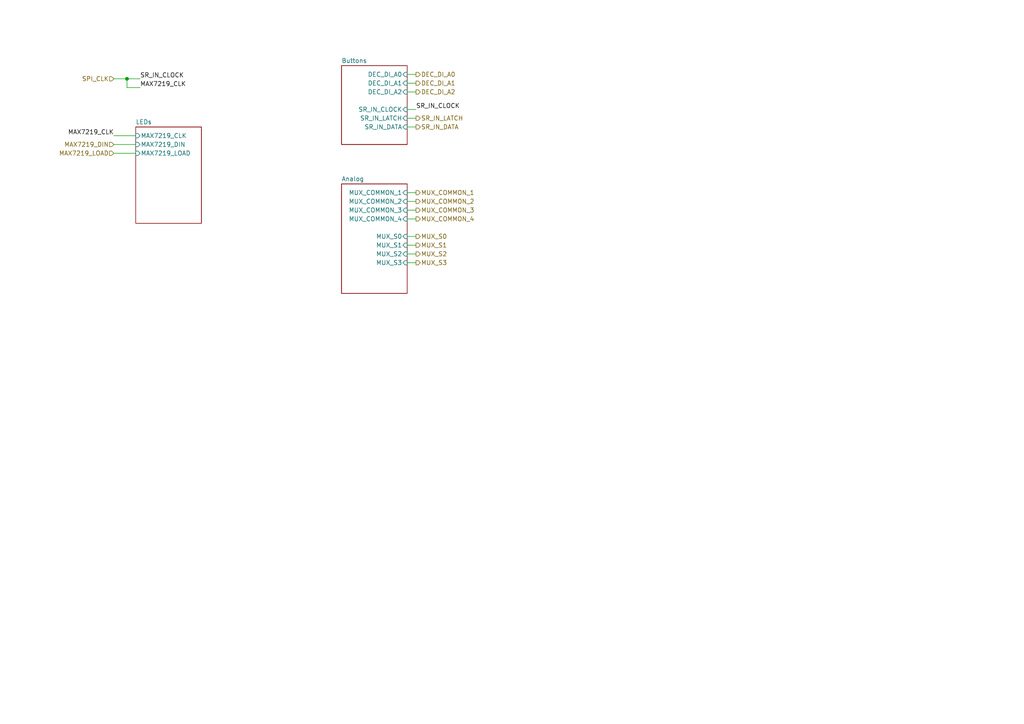
<source format=kicad_sch>
(kicad_sch (version 20211123) (generator eeschema)
  (paper "A4")
  (lib_symbols)
  (junction (at 36.83 22.86))
  (wire (pts (xy 33.02 39.37) (xy 39.37 39.37)))
  (wire (pts (xy 118.11 71.12) (xy 120.65 71.12)))
  (wire (pts (xy 118.11 73.66) (xy 120.65 73.66)))
  (wire (pts (xy 33.02 44.45) (xy 39.37 44.45)))
  (wire (pts (xy 118.11 34.29) (xy 120.65 34.29)))
  (wire (pts (xy 118.11 63.5) (xy 120.65 63.5)))
  (wire (pts (xy 36.83 22.86) (xy 40.64 22.86)))
  (wire (pts (xy 118.11 26.67) (xy 120.65 26.67)))
  (wire (pts (xy 118.11 55.88) (xy 120.65 55.88)))
  (wire (pts (xy 33.02 41.91) (xy 39.37 41.91)))
  (wire (pts (xy 36.83 22.86) (xy 36.83 25.4)))
  (wire (pts (xy 33.02 22.86) (xy 36.83 22.86)))
  (wire (pts (xy 118.11 58.42) (xy 120.65 58.42)))
  (wire (pts (xy 118.11 60.96) (xy 120.65 60.96)))
  (wire (pts (xy 118.11 36.83) (xy 120.65 36.83)))
  (wire (pts (xy 36.83 25.4) (xy 40.64 25.4)))
  (wire (pts (xy 118.11 21.59) (xy 120.65 21.59)))
  (wire (pts (xy 118.11 24.13) (xy 120.65 24.13)))
  (wire (pts (xy 118.11 76.2) (xy 120.65 76.2)))
  (wire (pts (xy 118.11 68.58) (xy 120.65 68.58)))
  (wire (pts (xy 118.11 31.75) (xy 120.65 31.75)))
  (label "MAX7219_CLK" (at 40.64 25.4 0))
  (label "MAX7219_CLK" (at 33.02 39.37 180))
  (label "SR_IN_CLOCK" (at 40.64 22.86 0))
  (label "SR_IN_CLOCK" (at 120.65 31.75 0))
  (hierarchical_label "MUX_S0" (shape output) (at 120.65 68.58 0))
  (hierarchical_label "MUX_S2" (shape output) (at 120.65 73.66 0))
  (hierarchical_label "MAX7219_LOAD" (shape input) (at 33.02 44.45 180))
  (hierarchical_label "MUX_COMMON_2" (shape output) (at 120.65 58.42 0))
  (hierarchical_label "MUX_COMMON_1" (shape output) (at 120.65 55.88 0))
  (hierarchical_label "MUX_COMMON_3" (shape output) (at 120.65 60.96 0))
  (hierarchical_label "DEC_DI_A1" (shape output) (at 120.65 24.13 0))
  (hierarchical_label "MUX_S3" (shape output) (at 120.65 76.2 0))
  (hierarchical_label "SR_IN_DATA" (shape output) (at 120.65 36.83 0))
  (hierarchical_label "DEC_DI_A2" (shape output) (at 120.65 26.67 0))
  (hierarchical_label "SR_IN_LATCH" (shape output) (at 120.65 34.29 0))
  (hierarchical_label "DEC_DI_A0" (shape output) (at 120.65 21.59 0))
  (hierarchical_label "MUX_S1" (shape output) (at 120.65 71.12 0))
  (hierarchical_label "MAX7219_DIN" (shape input) (at 33.02 41.91 180))
  (hierarchical_label "MUX_COMMON_4" (shape output) (at 120.65 63.5 0))
  (hierarchical_label "SPI_CLK" (shape input) (at 33.02 22.86 180))
  (sheet (at 99.06 19.05) (size 19.05 22.86) (stroke (width 0.1524))
    (property "Sheet name" "Buttons" (at 99.06 18.3384 0) (effects (justify left bottom)))
    (property "Sheet file" "Buttons.kicad_sch" (effects hide))
    (pin "DEC_DI_A1" input (at 118.11 24.13 0))
    (pin "DEC_DI_A0" input (at 118.11 21.59 0))
    (pin "DEC_DI_A2" input (at 118.11 26.67 0))
    (pin "SR_IN_CLOCK" input (at 118.11 31.75 0))
    (pin "SR_IN_LATCH" input (at 118.11 34.29 0))
    (pin "SR_IN_DATA" input (at 118.11 36.83 0))
  )
  (sheet (at 99.06 53.34) (size 19.05 31.75) (stroke (width 0.1524))
    (property "Sheet name" "Analog" (at 99.06 52.6284 0) (effects (justify left bottom)))
    (property "Sheet file" "Analog.kicad_sch" (effects hide))
    (pin "MUX_COMMON_1" input (at 118.11 55.88 0))
    (pin "MUX_COMMON_2" input (at 118.11 58.42 0))
    (pin "MUX_COMMON_3" input (at 118.11 60.96 0))
    (pin "MUX_COMMON_4" input (at 118.11 63.5 0))
    (pin "MUX_S3" input (at 118.11 76.2 0))
    (pin "MUX_S2" input (at 118.11 73.66 0))
    (pin "MUX_S1" input (at 118.11 71.12 0))
    (pin "MUX_S0" input (at 118.11 68.58 0))
  )
  (sheet (at 39.37 36.83) (size 19.05 27.94) (stroke (width 0.1524))
    (property "Sheet name" "LEDs" (at 39.37 36.1184 0) (effects (justify left bottom)))
    (property "Sheet file" "LEDs.kicad_sch" (effects hide))
    (pin "MAX7219_DIN" input (at 39.37 41.91 180))
    (pin "MAX7219_LOAD" input (at 39.37 44.45 180))
    (pin "MAX7219_CLK" input (at 39.37 39.37 180))
  )
)
</source>
